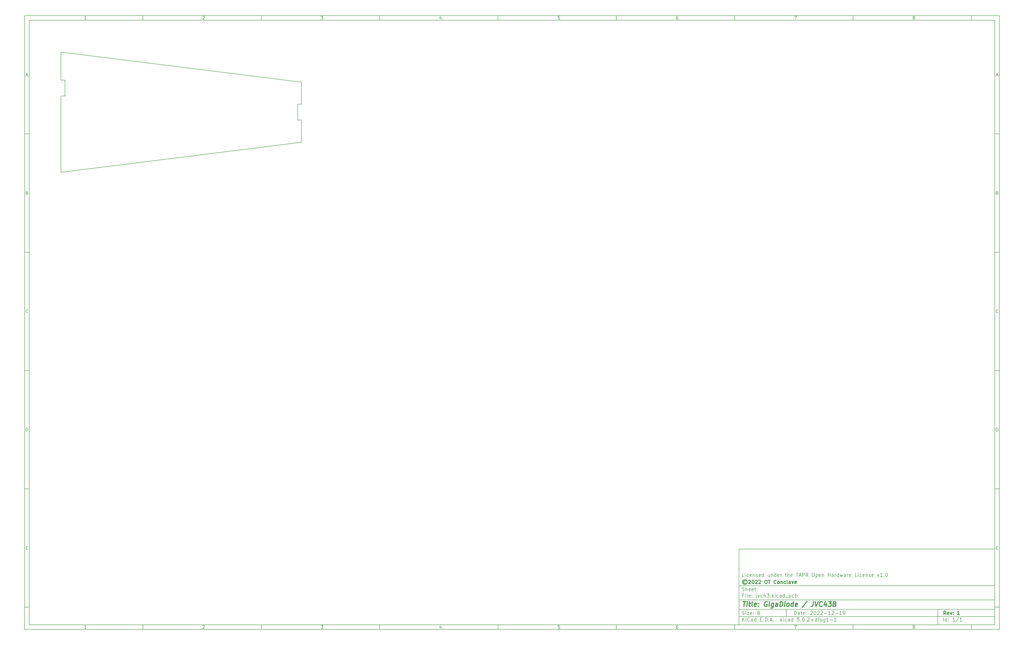
<source format=gbr>
G04 #@! TF.GenerationSoftware,KiCad,Pcbnew,5.0.2+dfsg1-1*
G04 #@! TF.CreationDate,2022-12-19T09:08:40-08:00*
G04 #@! TF.ProjectId,jvc43,6a766334-332e-46b6-9963-61645f706362,1*
G04 #@! TF.SameCoordinates,Original*
G04 #@! TF.FileFunction,Profile,NP*
%FSLAX46Y46*%
G04 Gerber Fmt 4.6, Leading zero omitted, Abs format (unit mm)*
G04 Created by KiCad (PCBNEW 5.0.2+dfsg1-1) date Mon 19 Dec 2022 09:08:40 AM PST*
%MOMM*%
%LPD*%
G01*
G04 APERTURE LIST*
%ADD10C,0.100000*%
%ADD11C,0.150000*%
%ADD12C,0.300000*%
%ADD13C,0.400000*%
%ADD14C,0.203200*%
G04 APERTURE END LIST*
D10*
D11*
X311800000Y-235400000D02*
X311800000Y-267400000D01*
X419800000Y-267400000D01*
X419800000Y-235400000D01*
X311800000Y-235400000D01*
D10*
D11*
X10000000Y-10000000D02*
X10000000Y-269400000D01*
X421800000Y-269400000D01*
X421800000Y-10000000D01*
X10000000Y-10000000D01*
D10*
D11*
X12000000Y-12000000D02*
X12000000Y-267400000D01*
X419800000Y-267400000D01*
X419800000Y-12000000D01*
X12000000Y-12000000D01*
D10*
D11*
X60000000Y-12000000D02*
X60000000Y-10000000D01*
D10*
D11*
X110000000Y-12000000D02*
X110000000Y-10000000D01*
D10*
D11*
X160000000Y-12000000D02*
X160000000Y-10000000D01*
D10*
D11*
X210000000Y-12000000D02*
X210000000Y-10000000D01*
D10*
D11*
X260000000Y-12000000D02*
X260000000Y-10000000D01*
D10*
D11*
X310000000Y-12000000D02*
X310000000Y-10000000D01*
D10*
D11*
X360000000Y-12000000D02*
X360000000Y-10000000D01*
D10*
D11*
X410000000Y-12000000D02*
X410000000Y-10000000D01*
D10*
D11*
X36065476Y-11588095D02*
X35322619Y-11588095D01*
X35694047Y-11588095D02*
X35694047Y-10288095D01*
X35570238Y-10473809D01*
X35446428Y-10597619D01*
X35322619Y-10659523D01*
D10*
D11*
X85322619Y-10411904D02*
X85384523Y-10350000D01*
X85508333Y-10288095D01*
X85817857Y-10288095D01*
X85941666Y-10350000D01*
X86003571Y-10411904D01*
X86065476Y-10535714D01*
X86065476Y-10659523D01*
X86003571Y-10845238D01*
X85260714Y-11588095D01*
X86065476Y-11588095D01*
D10*
D11*
X135260714Y-10288095D02*
X136065476Y-10288095D01*
X135632142Y-10783333D01*
X135817857Y-10783333D01*
X135941666Y-10845238D01*
X136003571Y-10907142D01*
X136065476Y-11030952D01*
X136065476Y-11340476D01*
X136003571Y-11464285D01*
X135941666Y-11526190D01*
X135817857Y-11588095D01*
X135446428Y-11588095D01*
X135322619Y-11526190D01*
X135260714Y-11464285D01*
D10*
D11*
X185941666Y-10721428D02*
X185941666Y-11588095D01*
X185632142Y-10226190D02*
X185322619Y-11154761D01*
X186127380Y-11154761D01*
D10*
D11*
X236003571Y-10288095D02*
X235384523Y-10288095D01*
X235322619Y-10907142D01*
X235384523Y-10845238D01*
X235508333Y-10783333D01*
X235817857Y-10783333D01*
X235941666Y-10845238D01*
X236003571Y-10907142D01*
X236065476Y-11030952D01*
X236065476Y-11340476D01*
X236003571Y-11464285D01*
X235941666Y-11526190D01*
X235817857Y-11588095D01*
X235508333Y-11588095D01*
X235384523Y-11526190D01*
X235322619Y-11464285D01*
D10*
D11*
X285941666Y-10288095D02*
X285694047Y-10288095D01*
X285570238Y-10350000D01*
X285508333Y-10411904D01*
X285384523Y-10597619D01*
X285322619Y-10845238D01*
X285322619Y-11340476D01*
X285384523Y-11464285D01*
X285446428Y-11526190D01*
X285570238Y-11588095D01*
X285817857Y-11588095D01*
X285941666Y-11526190D01*
X286003571Y-11464285D01*
X286065476Y-11340476D01*
X286065476Y-11030952D01*
X286003571Y-10907142D01*
X285941666Y-10845238D01*
X285817857Y-10783333D01*
X285570238Y-10783333D01*
X285446428Y-10845238D01*
X285384523Y-10907142D01*
X285322619Y-11030952D01*
D10*
D11*
X335260714Y-10288095D02*
X336127380Y-10288095D01*
X335570238Y-11588095D01*
D10*
D11*
X385570238Y-10845238D02*
X385446428Y-10783333D01*
X385384523Y-10721428D01*
X385322619Y-10597619D01*
X385322619Y-10535714D01*
X385384523Y-10411904D01*
X385446428Y-10350000D01*
X385570238Y-10288095D01*
X385817857Y-10288095D01*
X385941666Y-10350000D01*
X386003571Y-10411904D01*
X386065476Y-10535714D01*
X386065476Y-10597619D01*
X386003571Y-10721428D01*
X385941666Y-10783333D01*
X385817857Y-10845238D01*
X385570238Y-10845238D01*
X385446428Y-10907142D01*
X385384523Y-10969047D01*
X385322619Y-11092857D01*
X385322619Y-11340476D01*
X385384523Y-11464285D01*
X385446428Y-11526190D01*
X385570238Y-11588095D01*
X385817857Y-11588095D01*
X385941666Y-11526190D01*
X386003571Y-11464285D01*
X386065476Y-11340476D01*
X386065476Y-11092857D01*
X386003571Y-10969047D01*
X385941666Y-10907142D01*
X385817857Y-10845238D01*
D10*
D11*
X60000000Y-267400000D02*
X60000000Y-269400000D01*
D10*
D11*
X110000000Y-267400000D02*
X110000000Y-269400000D01*
D10*
D11*
X160000000Y-267400000D02*
X160000000Y-269400000D01*
D10*
D11*
X210000000Y-267400000D02*
X210000000Y-269400000D01*
D10*
D11*
X260000000Y-267400000D02*
X260000000Y-269400000D01*
D10*
D11*
X310000000Y-267400000D02*
X310000000Y-269400000D01*
D10*
D11*
X360000000Y-267400000D02*
X360000000Y-269400000D01*
D10*
D11*
X410000000Y-267400000D02*
X410000000Y-269400000D01*
D10*
D11*
X36065476Y-268988095D02*
X35322619Y-268988095D01*
X35694047Y-268988095D02*
X35694047Y-267688095D01*
X35570238Y-267873809D01*
X35446428Y-267997619D01*
X35322619Y-268059523D01*
D10*
D11*
X85322619Y-267811904D02*
X85384523Y-267750000D01*
X85508333Y-267688095D01*
X85817857Y-267688095D01*
X85941666Y-267750000D01*
X86003571Y-267811904D01*
X86065476Y-267935714D01*
X86065476Y-268059523D01*
X86003571Y-268245238D01*
X85260714Y-268988095D01*
X86065476Y-268988095D01*
D10*
D11*
X135260714Y-267688095D02*
X136065476Y-267688095D01*
X135632142Y-268183333D01*
X135817857Y-268183333D01*
X135941666Y-268245238D01*
X136003571Y-268307142D01*
X136065476Y-268430952D01*
X136065476Y-268740476D01*
X136003571Y-268864285D01*
X135941666Y-268926190D01*
X135817857Y-268988095D01*
X135446428Y-268988095D01*
X135322619Y-268926190D01*
X135260714Y-268864285D01*
D10*
D11*
X185941666Y-268121428D02*
X185941666Y-268988095D01*
X185632142Y-267626190D02*
X185322619Y-268554761D01*
X186127380Y-268554761D01*
D10*
D11*
X236003571Y-267688095D02*
X235384523Y-267688095D01*
X235322619Y-268307142D01*
X235384523Y-268245238D01*
X235508333Y-268183333D01*
X235817857Y-268183333D01*
X235941666Y-268245238D01*
X236003571Y-268307142D01*
X236065476Y-268430952D01*
X236065476Y-268740476D01*
X236003571Y-268864285D01*
X235941666Y-268926190D01*
X235817857Y-268988095D01*
X235508333Y-268988095D01*
X235384523Y-268926190D01*
X235322619Y-268864285D01*
D10*
D11*
X285941666Y-267688095D02*
X285694047Y-267688095D01*
X285570238Y-267750000D01*
X285508333Y-267811904D01*
X285384523Y-267997619D01*
X285322619Y-268245238D01*
X285322619Y-268740476D01*
X285384523Y-268864285D01*
X285446428Y-268926190D01*
X285570238Y-268988095D01*
X285817857Y-268988095D01*
X285941666Y-268926190D01*
X286003571Y-268864285D01*
X286065476Y-268740476D01*
X286065476Y-268430952D01*
X286003571Y-268307142D01*
X285941666Y-268245238D01*
X285817857Y-268183333D01*
X285570238Y-268183333D01*
X285446428Y-268245238D01*
X285384523Y-268307142D01*
X285322619Y-268430952D01*
D10*
D11*
X335260714Y-267688095D02*
X336127380Y-267688095D01*
X335570238Y-268988095D01*
D10*
D11*
X385570238Y-268245238D02*
X385446428Y-268183333D01*
X385384523Y-268121428D01*
X385322619Y-267997619D01*
X385322619Y-267935714D01*
X385384523Y-267811904D01*
X385446428Y-267750000D01*
X385570238Y-267688095D01*
X385817857Y-267688095D01*
X385941666Y-267750000D01*
X386003571Y-267811904D01*
X386065476Y-267935714D01*
X386065476Y-267997619D01*
X386003571Y-268121428D01*
X385941666Y-268183333D01*
X385817857Y-268245238D01*
X385570238Y-268245238D01*
X385446428Y-268307142D01*
X385384523Y-268369047D01*
X385322619Y-268492857D01*
X385322619Y-268740476D01*
X385384523Y-268864285D01*
X385446428Y-268926190D01*
X385570238Y-268988095D01*
X385817857Y-268988095D01*
X385941666Y-268926190D01*
X386003571Y-268864285D01*
X386065476Y-268740476D01*
X386065476Y-268492857D01*
X386003571Y-268369047D01*
X385941666Y-268307142D01*
X385817857Y-268245238D01*
D10*
D11*
X10000000Y-60000000D02*
X12000000Y-60000000D01*
D10*
D11*
X10000000Y-110000000D02*
X12000000Y-110000000D01*
D10*
D11*
X10000000Y-160000000D02*
X12000000Y-160000000D01*
D10*
D11*
X10000000Y-210000000D02*
X12000000Y-210000000D01*
D10*
D11*
X10000000Y-260000000D02*
X12000000Y-260000000D01*
D10*
D11*
X10690476Y-35216666D02*
X11309523Y-35216666D01*
X10566666Y-35588095D02*
X11000000Y-34288095D01*
X11433333Y-35588095D01*
D10*
D11*
X11092857Y-84907142D02*
X11278571Y-84969047D01*
X11340476Y-85030952D01*
X11402380Y-85154761D01*
X11402380Y-85340476D01*
X11340476Y-85464285D01*
X11278571Y-85526190D01*
X11154761Y-85588095D01*
X10659523Y-85588095D01*
X10659523Y-84288095D01*
X11092857Y-84288095D01*
X11216666Y-84350000D01*
X11278571Y-84411904D01*
X11340476Y-84535714D01*
X11340476Y-84659523D01*
X11278571Y-84783333D01*
X11216666Y-84845238D01*
X11092857Y-84907142D01*
X10659523Y-84907142D01*
D10*
D11*
X11402380Y-135464285D02*
X11340476Y-135526190D01*
X11154761Y-135588095D01*
X11030952Y-135588095D01*
X10845238Y-135526190D01*
X10721428Y-135402380D01*
X10659523Y-135278571D01*
X10597619Y-135030952D01*
X10597619Y-134845238D01*
X10659523Y-134597619D01*
X10721428Y-134473809D01*
X10845238Y-134350000D01*
X11030952Y-134288095D01*
X11154761Y-134288095D01*
X11340476Y-134350000D01*
X11402380Y-134411904D01*
D10*
D11*
X10659523Y-185588095D02*
X10659523Y-184288095D01*
X10969047Y-184288095D01*
X11154761Y-184350000D01*
X11278571Y-184473809D01*
X11340476Y-184597619D01*
X11402380Y-184845238D01*
X11402380Y-185030952D01*
X11340476Y-185278571D01*
X11278571Y-185402380D01*
X11154761Y-185526190D01*
X10969047Y-185588095D01*
X10659523Y-185588095D01*
D10*
D11*
X10721428Y-234907142D02*
X11154761Y-234907142D01*
X11340476Y-235588095D02*
X10721428Y-235588095D01*
X10721428Y-234288095D01*
X11340476Y-234288095D01*
D10*
D11*
X421800000Y-60000000D02*
X419800000Y-60000000D01*
D10*
D11*
X421800000Y-110000000D02*
X419800000Y-110000000D01*
D10*
D11*
X421800000Y-160000000D02*
X419800000Y-160000000D01*
D10*
D11*
X421800000Y-210000000D02*
X419800000Y-210000000D01*
D10*
D11*
X421800000Y-260000000D02*
X419800000Y-260000000D01*
D10*
D11*
X420490476Y-35216666D02*
X421109523Y-35216666D01*
X420366666Y-35588095D02*
X420800000Y-34288095D01*
X421233333Y-35588095D01*
D10*
D11*
X420892857Y-84907142D02*
X421078571Y-84969047D01*
X421140476Y-85030952D01*
X421202380Y-85154761D01*
X421202380Y-85340476D01*
X421140476Y-85464285D01*
X421078571Y-85526190D01*
X420954761Y-85588095D01*
X420459523Y-85588095D01*
X420459523Y-84288095D01*
X420892857Y-84288095D01*
X421016666Y-84350000D01*
X421078571Y-84411904D01*
X421140476Y-84535714D01*
X421140476Y-84659523D01*
X421078571Y-84783333D01*
X421016666Y-84845238D01*
X420892857Y-84907142D01*
X420459523Y-84907142D01*
D10*
D11*
X421202380Y-135464285D02*
X421140476Y-135526190D01*
X420954761Y-135588095D01*
X420830952Y-135588095D01*
X420645238Y-135526190D01*
X420521428Y-135402380D01*
X420459523Y-135278571D01*
X420397619Y-135030952D01*
X420397619Y-134845238D01*
X420459523Y-134597619D01*
X420521428Y-134473809D01*
X420645238Y-134350000D01*
X420830952Y-134288095D01*
X420954761Y-134288095D01*
X421140476Y-134350000D01*
X421202380Y-134411904D01*
D10*
D11*
X420459523Y-185588095D02*
X420459523Y-184288095D01*
X420769047Y-184288095D01*
X420954761Y-184350000D01*
X421078571Y-184473809D01*
X421140476Y-184597619D01*
X421202380Y-184845238D01*
X421202380Y-185030952D01*
X421140476Y-185278571D01*
X421078571Y-185402380D01*
X420954761Y-185526190D01*
X420769047Y-185588095D01*
X420459523Y-185588095D01*
D10*
D11*
X420521428Y-234907142D02*
X420954761Y-234907142D01*
X421140476Y-235588095D02*
X420521428Y-235588095D01*
X420521428Y-234288095D01*
X421140476Y-234288095D01*
D10*
D11*
X335232142Y-263178571D02*
X335232142Y-261678571D01*
X335589285Y-261678571D01*
X335803571Y-261750000D01*
X335946428Y-261892857D01*
X336017857Y-262035714D01*
X336089285Y-262321428D01*
X336089285Y-262535714D01*
X336017857Y-262821428D01*
X335946428Y-262964285D01*
X335803571Y-263107142D01*
X335589285Y-263178571D01*
X335232142Y-263178571D01*
X337375000Y-263178571D02*
X337375000Y-262392857D01*
X337303571Y-262250000D01*
X337160714Y-262178571D01*
X336875000Y-262178571D01*
X336732142Y-262250000D01*
X337375000Y-263107142D02*
X337232142Y-263178571D01*
X336875000Y-263178571D01*
X336732142Y-263107142D01*
X336660714Y-262964285D01*
X336660714Y-262821428D01*
X336732142Y-262678571D01*
X336875000Y-262607142D01*
X337232142Y-262607142D01*
X337375000Y-262535714D01*
X337875000Y-262178571D02*
X338446428Y-262178571D01*
X338089285Y-261678571D02*
X338089285Y-262964285D01*
X338160714Y-263107142D01*
X338303571Y-263178571D01*
X338446428Y-263178571D01*
X339517857Y-263107142D02*
X339375000Y-263178571D01*
X339089285Y-263178571D01*
X338946428Y-263107142D01*
X338875000Y-262964285D01*
X338875000Y-262392857D01*
X338946428Y-262250000D01*
X339089285Y-262178571D01*
X339375000Y-262178571D01*
X339517857Y-262250000D01*
X339589285Y-262392857D01*
X339589285Y-262535714D01*
X338875000Y-262678571D01*
X340232142Y-263035714D02*
X340303571Y-263107142D01*
X340232142Y-263178571D01*
X340160714Y-263107142D01*
X340232142Y-263035714D01*
X340232142Y-263178571D01*
X340232142Y-262250000D02*
X340303571Y-262321428D01*
X340232142Y-262392857D01*
X340160714Y-262321428D01*
X340232142Y-262250000D01*
X340232142Y-262392857D01*
X342017857Y-261821428D02*
X342089285Y-261750000D01*
X342232142Y-261678571D01*
X342589285Y-261678571D01*
X342732142Y-261750000D01*
X342803571Y-261821428D01*
X342875000Y-261964285D01*
X342875000Y-262107142D01*
X342803571Y-262321428D01*
X341946428Y-263178571D01*
X342875000Y-263178571D01*
X343803571Y-261678571D02*
X343946428Y-261678571D01*
X344089285Y-261750000D01*
X344160714Y-261821428D01*
X344232142Y-261964285D01*
X344303571Y-262250000D01*
X344303571Y-262607142D01*
X344232142Y-262892857D01*
X344160714Y-263035714D01*
X344089285Y-263107142D01*
X343946428Y-263178571D01*
X343803571Y-263178571D01*
X343660714Y-263107142D01*
X343589285Y-263035714D01*
X343517857Y-262892857D01*
X343446428Y-262607142D01*
X343446428Y-262250000D01*
X343517857Y-261964285D01*
X343589285Y-261821428D01*
X343660714Y-261750000D01*
X343803571Y-261678571D01*
X344875000Y-261821428D02*
X344946428Y-261750000D01*
X345089285Y-261678571D01*
X345446428Y-261678571D01*
X345589285Y-261750000D01*
X345660714Y-261821428D01*
X345732142Y-261964285D01*
X345732142Y-262107142D01*
X345660714Y-262321428D01*
X344803571Y-263178571D01*
X345732142Y-263178571D01*
X346303571Y-261821428D02*
X346375000Y-261750000D01*
X346517857Y-261678571D01*
X346875000Y-261678571D01*
X347017857Y-261750000D01*
X347089285Y-261821428D01*
X347160714Y-261964285D01*
X347160714Y-262107142D01*
X347089285Y-262321428D01*
X346232142Y-263178571D01*
X347160714Y-263178571D01*
X347803571Y-262607142D02*
X348946428Y-262607142D01*
X350446428Y-263178571D02*
X349589285Y-263178571D01*
X350017857Y-263178571D02*
X350017857Y-261678571D01*
X349875000Y-261892857D01*
X349732142Y-262035714D01*
X349589285Y-262107142D01*
X351017857Y-261821428D02*
X351089285Y-261750000D01*
X351232142Y-261678571D01*
X351589285Y-261678571D01*
X351732142Y-261750000D01*
X351803571Y-261821428D01*
X351875000Y-261964285D01*
X351875000Y-262107142D01*
X351803571Y-262321428D01*
X350946428Y-263178571D01*
X351875000Y-263178571D01*
X352517857Y-262607142D02*
X353660714Y-262607142D01*
X355160714Y-263178571D02*
X354303571Y-263178571D01*
X354732142Y-263178571D02*
X354732142Y-261678571D01*
X354589285Y-261892857D01*
X354446428Y-262035714D01*
X354303571Y-262107142D01*
X355875000Y-263178571D02*
X356160714Y-263178571D01*
X356303571Y-263107142D01*
X356375000Y-263035714D01*
X356517857Y-262821428D01*
X356589285Y-262535714D01*
X356589285Y-261964285D01*
X356517857Y-261821428D01*
X356446428Y-261750000D01*
X356303571Y-261678571D01*
X356017857Y-261678571D01*
X355875000Y-261750000D01*
X355803571Y-261821428D01*
X355732142Y-261964285D01*
X355732142Y-262321428D01*
X355803571Y-262464285D01*
X355875000Y-262535714D01*
X356017857Y-262607142D01*
X356303571Y-262607142D01*
X356446428Y-262535714D01*
X356517857Y-262464285D01*
X356589285Y-262321428D01*
D10*
D11*
X311800000Y-263900000D02*
X419800000Y-263900000D01*
D10*
D11*
X313232142Y-265978571D02*
X313232142Y-264478571D01*
X314089285Y-265978571D02*
X313446428Y-265121428D01*
X314089285Y-264478571D02*
X313232142Y-265335714D01*
X314732142Y-265978571D02*
X314732142Y-264978571D01*
X314732142Y-264478571D02*
X314660714Y-264550000D01*
X314732142Y-264621428D01*
X314803571Y-264550000D01*
X314732142Y-264478571D01*
X314732142Y-264621428D01*
X316303571Y-265835714D02*
X316232142Y-265907142D01*
X316017857Y-265978571D01*
X315875000Y-265978571D01*
X315660714Y-265907142D01*
X315517857Y-265764285D01*
X315446428Y-265621428D01*
X315375000Y-265335714D01*
X315375000Y-265121428D01*
X315446428Y-264835714D01*
X315517857Y-264692857D01*
X315660714Y-264550000D01*
X315875000Y-264478571D01*
X316017857Y-264478571D01*
X316232142Y-264550000D01*
X316303571Y-264621428D01*
X317589285Y-265978571D02*
X317589285Y-265192857D01*
X317517857Y-265050000D01*
X317375000Y-264978571D01*
X317089285Y-264978571D01*
X316946428Y-265050000D01*
X317589285Y-265907142D02*
X317446428Y-265978571D01*
X317089285Y-265978571D01*
X316946428Y-265907142D01*
X316875000Y-265764285D01*
X316875000Y-265621428D01*
X316946428Y-265478571D01*
X317089285Y-265407142D01*
X317446428Y-265407142D01*
X317589285Y-265335714D01*
X318946428Y-265978571D02*
X318946428Y-264478571D01*
X318946428Y-265907142D02*
X318803571Y-265978571D01*
X318517857Y-265978571D01*
X318375000Y-265907142D01*
X318303571Y-265835714D01*
X318232142Y-265692857D01*
X318232142Y-265264285D01*
X318303571Y-265121428D01*
X318375000Y-265050000D01*
X318517857Y-264978571D01*
X318803571Y-264978571D01*
X318946428Y-265050000D01*
X320803571Y-265192857D02*
X321303571Y-265192857D01*
X321517857Y-265978571D02*
X320803571Y-265978571D01*
X320803571Y-264478571D01*
X321517857Y-264478571D01*
X322160714Y-265835714D02*
X322232142Y-265907142D01*
X322160714Y-265978571D01*
X322089285Y-265907142D01*
X322160714Y-265835714D01*
X322160714Y-265978571D01*
X322875000Y-265978571D02*
X322875000Y-264478571D01*
X323232142Y-264478571D01*
X323446428Y-264550000D01*
X323589285Y-264692857D01*
X323660714Y-264835714D01*
X323732142Y-265121428D01*
X323732142Y-265335714D01*
X323660714Y-265621428D01*
X323589285Y-265764285D01*
X323446428Y-265907142D01*
X323232142Y-265978571D01*
X322875000Y-265978571D01*
X324375000Y-265835714D02*
X324446428Y-265907142D01*
X324375000Y-265978571D01*
X324303571Y-265907142D01*
X324375000Y-265835714D01*
X324375000Y-265978571D01*
X325017857Y-265550000D02*
X325732142Y-265550000D01*
X324875000Y-265978571D02*
X325375000Y-264478571D01*
X325875000Y-265978571D01*
X326375000Y-265835714D02*
X326446428Y-265907142D01*
X326375000Y-265978571D01*
X326303571Y-265907142D01*
X326375000Y-265835714D01*
X326375000Y-265978571D01*
X329375000Y-265978571D02*
X329375000Y-264478571D01*
X329517857Y-265407142D02*
X329946428Y-265978571D01*
X329946428Y-264978571D02*
X329375000Y-265550000D01*
X330589285Y-265978571D02*
X330589285Y-264978571D01*
X330589285Y-264478571D02*
X330517857Y-264550000D01*
X330589285Y-264621428D01*
X330660714Y-264550000D01*
X330589285Y-264478571D01*
X330589285Y-264621428D01*
X331946428Y-265907142D02*
X331803571Y-265978571D01*
X331517857Y-265978571D01*
X331375000Y-265907142D01*
X331303571Y-265835714D01*
X331232142Y-265692857D01*
X331232142Y-265264285D01*
X331303571Y-265121428D01*
X331375000Y-265050000D01*
X331517857Y-264978571D01*
X331803571Y-264978571D01*
X331946428Y-265050000D01*
X333232142Y-265978571D02*
X333232142Y-265192857D01*
X333160714Y-265050000D01*
X333017857Y-264978571D01*
X332732142Y-264978571D01*
X332589285Y-265050000D01*
X333232142Y-265907142D02*
X333089285Y-265978571D01*
X332732142Y-265978571D01*
X332589285Y-265907142D01*
X332517857Y-265764285D01*
X332517857Y-265621428D01*
X332589285Y-265478571D01*
X332732142Y-265407142D01*
X333089285Y-265407142D01*
X333232142Y-265335714D01*
X334589285Y-265978571D02*
X334589285Y-264478571D01*
X334589285Y-265907142D02*
X334446428Y-265978571D01*
X334160714Y-265978571D01*
X334017857Y-265907142D01*
X333946428Y-265835714D01*
X333875000Y-265692857D01*
X333875000Y-265264285D01*
X333946428Y-265121428D01*
X334017857Y-265050000D01*
X334160714Y-264978571D01*
X334446428Y-264978571D01*
X334589285Y-265050000D01*
X337160714Y-264478571D02*
X336446428Y-264478571D01*
X336375000Y-265192857D01*
X336446428Y-265121428D01*
X336589285Y-265050000D01*
X336946428Y-265050000D01*
X337089285Y-265121428D01*
X337160714Y-265192857D01*
X337232142Y-265335714D01*
X337232142Y-265692857D01*
X337160714Y-265835714D01*
X337089285Y-265907142D01*
X336946428Y-265978571D01*
X336589285Y-265978571D01*
X336446428Y-265907142D01*
X336375000Y-265835714D01*
X337875000Y-265835714D02*
X337946428Y-265907142D01*
X337875000Y-265978571D01*
X337803571Y-265907142D01*
X337875000Y-265835714D01*
X337875000Y-265978571D01*
X338875000Y-264478571D02*
X339017857Y-264478571D01*
X339160714Y-264550000D01*
X339232142Y-264621428D01*
X339303571Y-264764285D01*
X339375000Y-265050000D01*
X339375000Y-265407142D01*
X339303571Y-265692857D01*
X339232142Y-265835714D01*
X339160714Y-265907142D01*
X339017857Y-265978571D01*
X338875000Y-265978571D01*
X338732142Y-265907142D01*
X338660714Y-265835714D01*
X338589285Y-265692857D01*
X338517857Y-265407142D01*
X338517857Y-265050000D01*
X338589285Y-264764285D01*
X338660714Y-264621428D01*
X338732142Y-264550000D01*
X338875000Y-264478571D01*
X340017857Y-265835714D02*
X340089285Y-265907142D01*
X340017857Y-265978571D01*
X339946428Y-265907142D01*
X340017857Y-265835714D01*
X340017857Y-265978571D01*
X340660714Y-264621428D02*
X340732142Y-264550000D01*
X340875000Y-264478571D01*
X341232142Y-264478571D01*
X341375000Y-264550000D01*
X341446428Y-264621428D01*
X341517857Y-264764285D01*
X341517857Y-264907142D01*
X341446428Y-265121428D01*
X340589285Y-265978571D01*
X341517857Y-265978571D01*
X342160714Y-265407142D02*
X343303571Y-265407142D01*
X342732142Y-265978571D02*
X342732142Y-264835714D01*
X344660714Y-265978571D02*
X344660714Y-264478571D01*
X344660714Y-265907142D02*
X344517857Y-265978571D01*
X344232142Y-265978571D01*
X344089285Y-265907142D01*
X344017857Y-265835714D01*
X343946428Y-265692857D01*
X343946428Y-265264285D01*
X344017857Y-265121428D01*
X344089285Y-265050000D01*
X344232142Y-264978571D01*
X344517857Y-264978571D01*
X344660714Y-265050000D01*
X345160714Y-264978571D02*
X345732142Y-264978571D01*
X345375000Y-265978571D02*
X345375000Y-264692857D01*
X345446428Y-264550000D01*
X345589285Y-264478571D01*
X345732142Y-264478571D01*
X346160714Y-265907142D02*
X346303571Y-265978571D01*
X346589285Y-265978571D01*
X346732142Y-265907142D01*
X346803571Y-265764285D01*
X346803571Y-265692857D01*
X346732142Y-265550000D01*
X346589285Y-265478571D01*
X346375000Y-265478571D01*
X346232142Y-265407142D01*
X346160714Y-265264285D01*
X346160714Y-265192857D01*
X346232142Y-265050000D01*
X346375000Y-264978571D01*
X346589285Y-264978571D01*
X346732142Y-265050000D01*
X348089285Y-264978571D02*
X348089285Y-266192857D01*
X348017857Y-266335714D01*
X347946428Y-266407142D01*
X347803571Y-266478571D01*
X347589285Y-266478571D01*
X347446428Y-266407142D01*
X348089285Y-265907142D02*
X347946428Y-265978571D01*
X347660714Y-265978571D01*
X347517857Y-265907142D01*
X347446428Y-265835714D01*
X347375000Y-265692857D01*
X347375000Y-265264285D01*
X347446428Y-265121428D01*
X347517857Y-265050000D01*
X347660714Y-264978571D01*
X347946428Y-264978571D01*
X348089285Y-265050000D01*
X349589285Y-265978571D02*
X348732142Y-265978571D01*
X349160714Y-265978571D02*
X349160714Y-264478571D01*
X349017857Y-264692857D01*
X348875000Y-264835714D01*
X348732142Y-264907142D01*
X350232142Y-265407142D02*
X351375000Y-265407142D01*
X352875000Y-265978571D02*
X352017857Y-265978571D01*
X352446428Y-265978571D02*
X352446428Y-264478571D01*
X352303571Y-264692857D01*
X352160714Y-264835714D01*
X352017857Y-264907142D01*
D10*
D11*
X311800000Y-260900000D02*
X419800000Y-260900000D01*
D10*
D12*
X399209285Y-263178571D02*
X398709285Y-262464285D01*
X398352142Y-263178571D02*
X398352142Y-261678571D01*
X398923571Y-261678571D01*
X399066428Y-261750000D01*
X399137857Y-261821428D01*
X399209285Y-261964285D01*
X399209285Y-262178571D01*
X399137857Y-262321428D01*
X399066428Y-262392857D01*
X398923571Y-262464285D01*
X398352142Y-262464285D01*
X400423571Y-263107142D02*
X400280714Y-263178571D01*
X399995000Y-263178571D01*
X399852142Y-263107142D01*
X399780714Y-262964285D01*
X399780714Y-262392857D01*
X399852142Y-262250000D01*
X399995000Y-262178571D01*
X400280714Y-262178571D01*
X400423571Y-262250000D01*
X400495000Y-262392857D01*
X400495000Y-262535714D01*
X399780714Y-262678571D01*
X400995000Y-262178571D02*
X401352142Y-263178571D01*
X401709285Y-262178571D01*
X402280714Y-263035714D02*
X402352142Y-263107142D01*
X402280714Y-263178571D01*
X402209285Y-263107142D01*
X402280714Y-263035714D01*
X402280714Y-263178571D01*
X402280714Y-262250000D02*
X402352142Y-262321428D01*
X402280714Y-262392857D01*
X402209285Y-262321428D01*
X402280714Y-262250000D01*
X402280714Y-262392857D01*
X404923571Y-263178571D02*
X404066428Y-263178571D01*
X404495000Y-263178571D02*
X404495000Y-261678571D01*
X404352142Y-261892857D01*
X404209285Y-262035714D01*
X404066428Y-262107142D01*
D10*
D11*
X313160714Y-263107142D02*
X313375000Y-263178571D01*
X313732142Y-263178571D01*
X313875000Y-263107142D01*
X313946428Y-263035714D01*
X314017857Y-262892857D01*
X314017857Y-262750000D01*
X313946428Y-262607142D01*
X313875000Y-262535714D01*
X313732142Y-262464285D01*
X313446428Y-262392857D01*
X313303571Y-262321428D01*
X313232142Y-262250000D01*
X313160714Y-262107142D01*
X313160714Y-261964285D01*
X313232142Y-261821428D01*
X313303571Y-261750000D01*
X313446428Y-261678571D01*
X313803571Y-261678571D01*
X314017857Y-261750000D01*
X314660714Y-263178571D02*
X314660714Y-262178571D01*
X314660714Y-261678571D02*
X314589285Y-261750000D01*
X314660714Y-261821428D01*
X314732142Y-261750000D01*
X314660714Y-261678571D01*
X314660714Y-261821428D01*
X315232142Y-262178571D02*
X316017857Y-262178571D01*
X315232142Y-263178571D01*
X316017857Y-263178571D01*
X317160714Y-263107142D02*
X317017857Y-263178571D01*
X316732142Y-263178571D01*
X316589285Y-263107142D01*
X316517857Y-262964285D01*
X316517857Y-262392857D01*
X316589285Y-262250000D01*
X316732142Y-262178571D01*
X317017857Y-262178571D01*
X317160714Y-262250000D01*
X317232142Y-262392857D01*
X317232142Y-262535714D01*
X316517857Y-262678571D01*
X317875000Y-263035714D02*
X317946428Y-263107142D01*
X317875000Y-263178571D01*
X317803571Y-263107142D01*
X317875000Y-263035714D01*
X317875000Y-263178571D01*
X317875000Y-262250000D02*
X317946428Y-262321428D01*
X317875000Y-262392857D01*
X317803571Y-262321428D01*
X317875000Y-262250000D01*
X317875000Y-262392857D01*
X320232142Y-262392857D02*
X320446428Y-262464285D01*
X320517857Y-262535714D01*
X320589285Y-262678571D01*
X320589285Y-262892857D01*
X320517857Y-263035714D01*
X320446428Y-263107142D01*
X320303571Y-263178571D01*
X319732142Y-263178571D01*
X319732142Y-261678571D01*
X320232142Y-261678571D01*
X320375000Y-261750000D01*
X320446428Y-261821428D01*
X320517857Y-261964285D01*
X320517857Y-262107142D01*
X320446428Y-262250000D01*
X320375000Y-262321428D01*
X320232142Y-262392857D01*
X319732142Y-262392857D01*
D10*
D11*
X398232142Y-265978571D02*
X398232142Y-264478571D01*
X399589285Y-265978571D02*
X399589285Y-264478571D01*
X399589285Y-265907142D02*
X399446428Y-265978571D01*
X399160714Y-265978571D01*
X399017857Y-265907142D01*
X398946428Y-265835714D01*
X398875000Y-265692857D01*
X398875000Y-265264285D01*
X398946428Y-265121428D01*
X399017857Y-265050000D01*
X399160714Y-264978571D01*
X399446428Y-264978571D01*
X399589285Y-265050000D01*
X400303571Y-265835714D02*
X400375000Y-265907142D01*
X400303571Y-265978571D01*
X400232142Y-265907142D01*
X400303571Y-265835714D01*
X400303571Y-265978571D01*
X400303571Y-265050000D02*
X400375000Y-265121428D01*
X400303571Y-265192857D01*
X400232142Y-265121428D01*
X400303571Y-265050000D01*
X400303571Y-265192857D01*
X402946428Y-265978571D02*
X402089285Y-265978571D01*
X402517857Y-265978571D02*
X402517857Y-264478571D01*
X402375000Y-264692857D01*
X402232142Y-264835714D01*
X402089285Y-264907142D01*
X404660714Y-264407142D02*
X403375000Y-266335714D01*
X405946428Y-265978571D02*
X405089285Y-265978571D01*
X405517857Y-265978571D02*
X405517857Y-264478571D01*
X405375000Y-264692857D01*
X405232142Y-264835714D01*
X405089285Y-264907142D01*
D10*
D11*
X311800000Y-256900000D02*
X419800000Y-256900000D01*
D10*
D13*
X313512380Y-257604761D02*
X314655238Y-257604761D01*
X313833809Y-259604761D02*
X314083809Y-257604761D01*
X315071904Y-259604761D02*
X315238571Y-258271428D01*
X315321904Y-257604761D02*
X315214761Y-257700000D01*
X315298095Y-257795238D01*
X315405238Y-257700000D01*
X315321904Y-257604761D01*
X315298095Y-257795238D01*
X315905238Y-258271428D02*
X316667142Y-258271428D01*
X316274285Y-257604761D02*
X316060000Y-259319047D01*
X316131428Y-259509523D01*
X316310000Y-259604761D01*
X316500476Y-259604761D01*
X317452857Y-259604761D02*
X317274285Y-259509523D01*
X317202857Y-259319047D01*
X317417142Y-257604761D01*
X318988571Y-259509523D02*
X318786190Y-259604761D01*
X318405238Y-259604761D01*
X318226666Y-259509523D01*
X318155238Y-259319047D01*
X318250476Y-258557142D01*
X318369523Y-258366666D01*
X318571904Y-258271428D01*
X318952857Y-258271428D01*
X319131428Y-258366666D01*
X319202857Y-258557142D01*
X319179047Y-258747619D01*
X318202857Y-258938095D01*
X319952857Y-259414285D02*
X320036190Y-259509523D01*
X319929047Y-259604761D01*
X319845714Y-259509523D01*
X319952857Y-259414285D01*
X319929047Y-259604761D01*
X320083809Y-258366666D02*
X320167142Y-258461904D01*
X320060000Y-258557142D01*
X319976666Y-258461904D01*
X320083809Y-258366666D01*
X320060000Y-258557142D01*
X323690952Y-257700000D02*
X323512380Y-257604761D01*
X323226666Y-257604761D01*
X322929047Y-257700000D01*
X322714761Y-257890476D01*
X322595714Y-258080952D01*
X322452857Y-258461904D01*
X322417142Y-258747619D01*
X322464761Y-259128571D01*
X322536190Y-259319047D01*
X322702857Y-259509523D01*
X322976666Y-259604761D01*
X323167142Y-259604761D01*
X323464761Y-259509523D01*
X323571904Y-259414285D01*
X323655238Y-258747619D01*
X323274285Y-258747619D01*
X324405238Y-259604761D02*
X324571904Y-258271428D01*
X324655238Y-257604761D02*
X324548095Y-257700000D01*
X324631428Y-257795238D01*
X324738571Y-257700000D01*
X324655238Y-257604761D01*
X324631428Y-257795238D01*
X326381428Y-258271428D02*
X326179047Y-259890476D01*
X326060000Y-260080952D01*
X325952857Y-260176190D01*
X325750476Y-260271428D01*
X325464761Y-260271428D01*
X325286190Y-260176190D01*
X326226666Y-259509523D02*
X326024285Y-259604761D01*
X325643333Y-259604761D01*
X325464761Y-259509523D01*
X325381428Y-259414285D01*
X325310000Y-259223809D01*
X325381428Y-258652380D01*
X325500476Y-258461904D01*
X325607619Y-258366666D01*
X325810000Y-258271428D01*
X326190952Y-258271428D01*
X326369523Y-258366666D01*
X328024285Y-259604761D02*
X328155238Y-258557142D01*
X328083809Y-258366666D01*
X327905238Y-258271428D01*
X327524285Y-258271428D01*
X327321904Y-258366666D01*
X328036190Y-259509523D02*
X327833809Y-259604761D01*
X327357619Y-259604761D01*
X327179047Y-259509523D01*
X327107619Y-259319047D01*
X327131428Y-259128571D01*
X327250476Y-258938095D01*
X327452857Y-258842857D01*
X327929047Y-258842857D01*
X328131428Y-258747619D01*
X328976666Y-259604761D02*
X329226666Y-257604761D01*
X329702857Y-257604761D01*
X329976666Y-257700000D01*
X330143333Y-257890476D01*
X330214761Y-258080952D01*
X330262380Y-258461904D01*
X330226666Y-258747619D01*
X330083809Y-259128571D01*
X329964761Y-259319047D01*
X329750476Y-259509523D01*
X329452857Y-259604761D01*
X328976666Y-259604761D01*
X330976666Y-259604761D02*
X331143333Y-258271428D01*
X331226666Y-257604761D02*
X331119523Y-257700000D01*
X331202857Y-257795238D01*
X331310000Y-257700000D01*
X331226666Y-257604761D01*
X331202857Y-257795238D01*
X332214761Y-259604761D02*
X332036190Y-259509523D01*
X331952857Y-259414285D01*
X331881428Y-259223809D01*
X331952857Y-258652380D01*
X332071904Y-258461904D01*
X332179047Y-258366666D01*
X332381428Y-258271428D01*
X332667142Y-258271428D01*
X332845714Y-258366666D01*
X332929047Y-258461904D01*
X333000476Y-258652380D01*
X332929047Y-259223809D01*
X332810000Y-259414285D01*
X332702857Y-259509523D01*
X332500476Y-259604761D01*
X332214761Y-259604761D01*
X334595714Y-259604761D02*
X334845714Y-257604761D01*
X334607619Y-259509523D02*
X334405238Y-259604761D01*
X334024285Y-259604761D01*
X333845714Y-259509523D01*
X333762380Y-259414285D01*
X333690952Y-259223809D01*
X333762380Y-258652380D01*
X333881428Y-258461904D01*
X333988571Y-258366666D01*
X334190952Y-258271428D01*
X334571904Y-258271428D01*
X334750476Y-258366666D01*
X336321904Y-259509523D02*
X336119523Y-259604761D01*
X335738571Y-259604761D01*
X335560000Y-259509523D01*
X335488571Y-259319047D01*
X335583809Y-258557142D01*
X335702857Y-258366666D01*
X335905238Y-258271428D01*
X336286190Y-258271428D01*
X336464761Y-258366666D01*
X336536190Y-258557142D01*
X336512380Y-258747619D01*
X335536190Y-258938095D01*
X340476666Y-257509523D02*
X338440952Y-260080952D01*
X343226666Y-257604761D02*
X343048095Y-259033333D01*
X342917142Y-259319047D01*
X342702857Y-259509523D01*
X342405238Y-259604761D01*
X342214761Y-259604761D01*
X343893333Y-257604761D02*
X344310000Y-259604761D01*
X345226666Y-257604761D01*
X346810000Y-259414285D02*
X346702857Y-259509523D01*
X346405238Y-259604761D01*
X346214761Y-259604761D01*
X345940952Y-259509523D01*
X345774285Y-259319047D01*
X345702857Y-259128571D01*
X345655238Y-258747619D01*
X345690952Y-258461904D01*
X345833809Y-258080952D01*
X345952857Y-257890476D01*
X346167142Y-257700000D01*
X346464761Y-257604761D01*
X346655238Y-257604761D01*
X346929047Y-257700000D01*
X347012380Y-257795238D01*
X348667142Y-258271428D02*
X348500476Y-259604761D01*
X348286190Y-257509523D02*
X347631428Y-258938095D01*
X348869523Y-258938095D01*
X349607619Y-257604761D02*
X350845714Y-257604761D01*
X350083809Y-258366666D01*
X350369523Y-258366666D01*
X350548095Y-258461904D01*
X350631428Y-258557142D01*
X350702857Y-258747619D01*
X350643333Y-259223809D01*
X350524285Y-259414285D01*
X350417142Y-259509523D01*
X350214761Y-259604761D01*
X349643333Y-259604761D01*
X349464761Y-259509523D01*
X349381428Y-259414285D01*
X352250476Y-258557142D02*
X352524285Y-258652380D01*
X352607619Y-258747619D01*
X352679047Y-258938095D01*
X352643333Y-259223809D01*
X352524285Y-259414285D01*
X352417142Y-259509523D01*
X352214761Y-259604761D01*
X351452857Y-259604761D01*
X351702857Y-257604761D01*
X352369523Y-257604761D01*
X352548095Y-257700000D01*
X352631428Y-257795238D01*
X352702857Y-257985714D01*
X352679047Y-258176190D01*
X352560000Y-258366666D01*
X352452857Y-258461904D01*
X352250476Y-258557142D01*
X351583809Y-258557142D01*
D10*
D11*
X313732142Y-254992857D02*
X313232142Y-254992857D01*
X313232142Y-255778571D02*
X313232142Y-254278571D01*
X313946428Y-254278571D01*
X314517857Y-255778571D02*
X314517857Y-254778571D01*
X314517857Y-254278571D02*
X314446428Y-254350000D01*
X314517857Y-254421428D01*
X314589285Y-254350000D01*
X314517857Y-254278571D01*
X314517857Y-254421428D01*
X315446428Y-255778571D02*
X315303571Y-255707142D01*
X315232142Y-255564285D01*
X315232142Y-254278571D01*
X316589285Y-255707142D02*
X316446428Y-255778571D01*
X316160714Y-255778571D01*
X316017857Y-255707142D01*
X315946428Y-255564285D01*
X315946428Y-254992857D01*
X316017857Y-254850000D01*
X316160714Y-254778571D01*
X316446428Y-254778571D01*
X316589285Y-254850000D01*
X316660714Y-254992857D01*
X316660714Y-255135714D01*
X315946428Y-255278571D01*
X317303571Y-255635714D02*
X317375000Y-255707142D01*
X317303571Y-255778571D01*
X317232142Y-255707142D01*
X317303571Y-255635714D01*
X317303571Y-255778571D01*
X317303571Y-254850000D02*
X317375000Y-254921428D01*
X317303571Y-254992857D01*
X317232142Y-254921428D01*
X317303571Y-254850000D01*
X317303571Y-254992857D01*
X319160714Y-254778571D02*
X319160714Y-256064285D01*
X319089285Y-256207142D01*
X318946428Y-256278571D01*
X318875000Y-256278571D01*
X319160714Y-254278571D02*
X319089285Y-254350000D01*
X319160714Y-254421428D01*
X319232142Y-254350000D01*
X319160714Y-254278571D01*
X319160714Y-254421428D01*
X319732142Y-254778571D02*
X320089285Y-255778571D01*
X320446428Y-254778571D01*
X321660714Y-255707142D02*
X321517857Y-255778571D01*
X321232142Y-255778571D01*
X321089285Y-255707142D01*
X321017857Y-255635714D01*
X320946428Y-255492857D01*
X320946428Y-255064285D01*
X321017857Y-254921428D01*
X321089285Y-254850000D01*
X321232142Y-254778571D01*
X321517857Y-254778571D01*
X321660714Y-254850000D01*
X322946428Y-254778571D02*
X322946428Y-255778571D01*
X322589285Y-254207142D02*
X322232142Y-255278571D01*
X323160714Y-255278571D01*
X323589285Y-254278571D02*
X324517857Y-254278571D01*
X324017857Y-254850000D01*
X324232142Y-254850000D01*
X324375000Y-254921428D01*
X324446428Y-254992857D01*
X324517857Y-255135714D01*
X324517857Y-255492857D01*
X324446428Y-255635714D01*
X324375000Y-255707142D01*
X324232142Y-255778571D01*
X323803571Y-255778571D01*
X323660714Y-255707142D01*
X323589285Y-255635714D01*
X325160714Y-255635714D02*
X325232142Y-255707142D01*
X325160714Y-255778571D01*
X325089285Y-255707142D01*
X325160714Y-255635714D01*
X325160714Y-255778571D01*
X325875000Y-255778571D02*
X325875000Y-254278571D01*
X326017857Y-255207142D02*
X326446428Y-255778571D01*
X326446428Y-254778571D02*
X325875000Y-255350000D01*
X327089285Y-255778571D02*
X327089285Y-254778571D01*
X327089285Y-254278571D02*
X327017857Y-254350000D01*
X327089285Y-254421428D01*
X327160714Y-254350000D01*
X327089285Y-254278571D01*
X327089285Y-254421428D01*
X328446428Y-255707142D02*
X328303571Y-255778571D01*
X328017857Y-255778571D01*
X327875000Y-255707142D01*
X327803571Y-255635714D01*
X327732142Y-255492857D01*
X327732142Y-255064285D01*
X327803571Y-254921428D01*
X327875000Y-254850000D01*
X328017857Y-254778571D01*
X328303571Y-254778571D01*
X328446428Y-254850000D01*
X329732142Y-255778571D02*
X329732142Y-254992857D01*
X329660714Y-254850000D01*
X329517857Y-254778571D01*
X329232142Y-254778571D01*
X329089285Y-254850000D01*
X329732142Y-255707142D02*
X329589285Y-255778571D01*
X329232142Y-255778571D01*
X329089285Y-255707142D01*
X329017857Y-255564285D01*
X329017857Y-255421428D01*
X329089285Y-255278571D01*
X329232142Y-255207142D01*
X329589285Y-255207142D01*
X329732142Y-255135714D01*
X331089285Y-255778571D02*
X331089285Y-254278571D01*
X331089285Y-255707142D02*
X330946428Y-255778571D01*
X330660714Y-255778571D01*
X330517857Y-255707142D01*
X330446428Y-255635714D01*
X330375000Y-255492857D01*
X330375000Y-255064285D01*
X330446428Y-254921428D01*
X330517857Y-254850000D01*
X330660714Y-254778571D01*
X330946428Y-254778571D01*
X331089285Y-254850000D01*
X331446428Y-255921428D02*
X332589285Y-255921428D01*
X332946428Y-254778571D02*
X332946428Y-256278571D01*
X332946428Y-254850000D02*
X333089285Y-254778571D01*
X333375000Y-254778571D01*
X333517857Y-254850000D01*
X333589285Y-254921428D01*
X333660714Y-255064285D01*
X333660714Y-255492857D01*
X333589285Y-255635714D01*
X333517857Y-255707142D01*
X333375000Y-255778571D01*
X333089285Y-255778571D01*
X332946428Y-255707142D01*
X334946428Y-255707142D02*
X334803571Y-255778571D01*
X334517857Y-255778571D01*
X334375000Y-255707142D01*
X334303571Y-255635714D01*
X334232142Y-255492857D01*
X334232142Y-255064285D01*
X334303571Y-254921428D01*
X334375000Y-254850000D01*
X334517857Y-254778571D01*
X334803571Y-254778571D01*
X334946428Y-254850000D01*
X335589285Y-255778571D02*
X335589285Y-254278571D01*
X335589285Y-254850000D02*
X335732142Y-254778571D01*
X336017857Y-254778571D01*
X336160714Y-254850000D01*
X336232142Y-254921428D01*
X336303571Y-255064285D01*
X336303571Y-255492857D01*
X336232142Y-255635714D01*
X336160714Y-255707142D01*
X336017857Y-255778571D01*
X335732142Y-255778571D01*
X335589285Y-255707142D01*
D10*
D11*
X311800000Y-250900000D02*
X419800000Y-250900000D01*
D10*
D11*
X313160714Y-253007142D02*
X313375000Y-253078571D01*
X313732142Y-253078571D01*
X313875000Y-253007142D01*
X313946428Y-252935714D01*
X314017857Y-252792857D01*
X314017857Y-252650000D01*
X313946428Y-252507142D01*
X313875000Y-252435714D01*
X313732142Y-252364285D01*
X313446428Y-252292857D01*
X313303571Y-252221428D01*
X313232142Y-252150000D01*
X313160714Y-252007142D01*
X313160714Y-251864285D01*
X313232142Y-251721428D01*
X313303571Y-251650000D01*
X313446428Y-251578571D01*
X313803571Y-251578571D01*
X314017857Y-251650000D01*
X314660714Y-253078571D02*
X314660714Y-251578571D01*
X315303571Y-253078571D02*
X315303571Y-252292857D01*
X315232142Y-252150000D01*
X315089285Y-252078571D01*
X314875000Y-252078571D01*
X314732142Y-252150000D01*
X314660714Y-252221428D01*
X316589285Y-253007142D02*
X316446428Y-253078571D01*
X316160714Y-253078571D01*
X316017857Y-253007142D01*
X315946428Y-252864285D01*
X315946428Y-252292857D01*
X316017857Y-252150000D01*
X316160714Y-252078571D01*
X316446428Y-252078571D01*
X316589285Y-252150000D01*
X316660714Y-252292857D01*
X316660714Y-252435714D01*
X315946428Y-252578571D01*
X317875000Y-253007142D02*
X317732142Y-253078571D01*
X317446428Y-253078571D01*
X317303571Y-253007142D01*
X317232142Y-252864285D01*
X317232142Y-252292857D01*
X317303571Y-252150000D01*
X317446428Y-252078571D01*
X317732142Y-252078571D01*
X317875000Y-252150000D01*
X317946428Y-252292857D01*
X317946428Y-252435714D01*
X317232142Y-252578571D01*
X318375000Y-252078571D02*
X318946428Y-252078571D01*
X318589285Y-251578571D02*
X318589285Y-252864285D01*
X318660714Y-253007142D01*
X318803571Y-253078571D01*
X318946428Y-253078571D01*
X319446428Y-252935714D02*
X319517857Y-253007142D01*
X319446428Y-253078571D01*
X319375000Y-253007142D01*
X319446428Y-252935714D01*
X319446428Y-253078571D01*
X319446428Y-252150000D02*
X319517857Y-252221428D01*
X319446428Y-252292857D01*
X319375000Y-252221428D01*
X319446428Y-252150000D01*
X319446428Y-252292857D01*
D10*
D12*
X314566428Y-248935714D02*
X314423571Y-248864285D01*
X314137857Y-248864285D01*
X313995000Y-248935714D01*
X313852142Y-249078571D01*
X313780714Y-249221428D01*
X313780714Y-249507142D01*
X313852142Y-249650000D01*
X313995000Y-249792857D01*
X314137857Y-249864285D01*
X314423571Y-249864285D01*
X314566428Y-249792857D01*
X314280714Y-248364285D02*
X313923571Y-248435714D01*
X313566428Y-248650000D01*
X313352142Y-249007142D01*
X313280714Y-249364285D01*
X313352142Y-249721428D01*
X313566428Y-250078571D01*
X313923571Y-250292857D01*
X314280714Y-250364285D01*
X314637857Y-250292857D01*
X314995000Y-250078571D01*
X315209285Y-249721428D01*
X315280714Y-249364285D01*
X315209285Y-249007142D01*
X314995000Y-248650000D01*
X314637857Y-248435714D01*
X314280714Y-248364285D01*
X315852142Y-248721428D02*
X315923571Y-248650000D01*
X316066428Y-248578571D01*
X316423571Y-248578571D01*
X316566428Y-248650000D01*
X316637857Y-248721428D01*
X316709285Y-248864285D01*
X316709285Y-249007142D01*
X316637857Y-249221428D01*
X315780714Y-250078571D01*
X316709285Y-250078571D01*
X317637857Y-248578571D02*
X317780714Y-248578571D01*
X317923571Y-248650000D01*
X317995000Y-248721428D01*
X318066428Y-248864285D01*
X318137857Y-249150000D01*
X318137857Y-249507142D01*
X318066428Y-249792857D01*
X317995000Y-249935714D01*
X317923571Y-250007142D01*
X317780714Y-250078571D01*
X317637857Y-250078571D01*
X317495000Y-250007142D01*
X317423571Y-249935714D01*
X317352142Y-249792857D01*
X317280714Y-249507142D01*
X317280714Y-249150000D01*
X317352142Y-248864285D01*
X317423571Y-248721428D01*
X317495000Y-248650000D01*
X317637857Y-248578571D01*
X318709285Y-248721428D02*
X318780714Y-248650000D01*
X318923571Y-248578571D01*
X319280714Y-248578571D01*
X319423571Y-248650000D01*
X319495000Y-248721428D01*
X319566428Y-248864285D01*
X319566428Y-249007142D01*
X319495000Y-249221428D01*
X318637857Y-250078571D01*
X319566428Y-250078571D01*
X320137857Y-248721428D02*
X320209285Y-248650000D01*
X320352142Y-248578571D01*
X320709285Y-248578571D01*
X320852142Y-248650000D01*
X320923571Y-248721428D01*
X320995000Y-248864285D01*
X320995000Y-249007142D01*
X320923571Y-249221428D01*
X320066428Y-250078571D01*
X320995000Y-250078571D01*
X323066428Y-248578571D02*
X323352142Y-248578571D01*
X323495000Y-248650000D01*
X323637857Y-248792857D01*
X323709285Y-249078571D01*
X323709285Y-249578571D01*
X323637857Y-249864285D01*
X323495000Y-250007142D01*
X323352142Y-250078571D01*
X323066428Y-250078571D01*
X322923571Y-250007142D01*
X322780714Y-249864285D01*
X322709285Y-249578571D01*
X322709285Y-249078571D01*
X322780714Y-248792857D01*
X322923571Y-248650000D01*
X323066428Y-248578571D01*
X324137857Y-248578571D02*
X324995000Y-248578571D01*
X324566428Y-250078571D02*
X324566428Y-248578571D01*
X327495000Y-249935714D02*
X327423571Y-250007142D01*
X327209285Y-250078571D01*
X327066428Y-250078571D01*
X326852142Y-250007142D01*
X326709285Y-249864285D01*
X326637857Y-249721428D01*
X326566428Y-249435714D01*
X326566428Y-249221428D01*
X326637857Y-248935714D01*
X326709285Y-248792857D01*
X326852142Y-248650000D01*
X327066428Y-248578571D01*
X327209285Y-248578571D01*
X327423571Y-248650000D01*
X327495000Y-248721428D01*
X328352142Y-250078571D02*
X328209285Y-250007142D01*
X328137857Y-249935714D01*
X328066428Y-249792857D01*
X328066428Y-249364285D01*
X328137857Y-249221428D01*
X328209285Y-249150000D01*
X328352142Y-249078571D01*
X328566428Y-249078571D01*
X328709285Y-249150000D01*
X328780714Y-249221428D01*
X328852142Y-249364285D01*
X328852142Y-249792857D01*
X328780714Y-249935714D01*
X328709285Y-250007142D01*
X328566428Y-250078571D01*
X328352142Y-250078571D01*
X329495000Y-249078571D02*
X329495000Y-250078571D01*
X329495000Y-249221428D02*
X329566428Y-249150000D01*
X329709285Y-249078571D01*
X329923571Y-249078571D01*
X330066428Y-249150000D01*
X330137857Y-249292857D01*
X330137857Y-250078571D01*
X331495000Y-250007142D02*
X331352142Y-250078571D01*
X331066428Y-250078571D01*
X330923571Y-250007142D01*
X330852142Y-249935714D01*
X330780714Y-249792857D01*
X330780714Y-249364285D01*
X330852142Y-249221428D01*
X330923571Y-249150000D01*
X331066428Y-249078571D01*
X331352142Y-249078571D01*
X331495000Y-249150000D01*
X332352142Y-250078571D02*
X332209285Y-250007142D01*
X332137857Y-249864285D01*
X332137857Y-248578571D01*
X333566428Y-250078571D02*
X333566428Y-249292857D01*
X333495000Y-249150000D01*
X333352142Y-249078571D01*
X333066428Y-249078571D01*
X332923571Y-249150000D01*
X333566428Y-250007142D02*
X333423571Y-250078571D01*
X333066428Y-250078571D01*
X332923571Y-250007142D01*
X332852142Y-249864285D01*
X332852142Y-249721428D01*
X332923571Y-249578571D01*
X333066428Y-249507142D01*
X333423571Y-249507142D01*
X333566428Y-249435714D01*
X334137857Y-249078571D02*
X334495000Y-250078571D01*
X334852142Y-249078571D01*
X335995000Y-250007142D02*
X335852142Y-250078571D01*
X335566428Y-250078571D01*
X335423571Y-250007142D01*
X335352142Y-249864285D01*
X335352142Y-249292857D01*
X335423571Y-249150000D01*
X335566428Y-249078571D01*
X335852142Y-249078571D01*
X335995000Y-249150000D01*
X336066428Y-249292857D01*
X336066428Y-249435714D01*
X335352142Y-249578571D01*
D10*
D11*
X313946428Y-247078571D02*
X313232142Y-247078571D01*
X313232142Y-245578571D01*
X314446428Y-247078571D02*
X314446428Y-246078571D01*
X314446428Y-245578571D02*
X314375000Y-245650000D01*
X314446428Y-245721428D01*
X314517857Y-245650000D01*
X314446428Y-245578571D01*
X314446428Y-245721428D01*
X315803571Y-247007142D02*
X315660714Y-247078571D01*
X315375000Y-247078571D01*
X315232142Y-247007142D01*
X315160714Y-246935714D01*
X315089285Y-246792857D01*
X315089285Y-246364285D01*
X315160714Y-246221428D01*
X315232142Y-246150000D01*
X315375000Y-246078571D01*
X315660714Y-246078571D01*
X315803571Y-246150000D01*
X317017857Y-247007142D02*
X316875000Y-247078571D01*
X316589285Y-247078571D01*
X316446428Y-247007142D01*
X316375000Y-246864285D01*
X316375000Y-246292857D01*
X316446428Y-246150000D01*
X316589285Y-246078571D01*
X316875000Y-246078571D01*
X317017857Y-246150000D01*
X317089285Y-246292857D01*
X317089285Y-246435714D01*
X316375000Y-246578571D01*
X317732142Y-246078571D02*
X317732142Y-247078571D01*
X317732142Y-246221428D02*
X317803571Y-246150000D01*
X317946428Y-246078571D01*
X318160714Y-246078571D01*
X318303571Y-246150000D01*
X318375000Y-246292857D01*
X318375000Y-247078571D01*
X319017857Y-247007142D02*
X319160714Y-247078571D01*
X319446428Y-247078571D01*
X319589285Y-247007142D01*
X319660714Y-246864285D01*
X319660714Y-246792857D01*
X319589285Y-246650000D01*
X319446428Y-246578571D01*
X319232142Y-246578571D01*
X319089285Y-246507142D01*
X319017857Y-246364285D01*
X319017857Y-246292857D01*
X319089285Y-246150000D01*
X319232142Y-246078571D01*
X319446428Y-246078571D01*
X319589285Y-246150000D01*
X320875000Y-247007142D02*
X320732142Y-247078571D01*
X320446428Y-247078571D01*
X320303571Y-247007142D01*
X320232142Y-246864285D01*
X320232142Y-246292857D01*
X320303571Y-246150000D01*
X320446428Y-246078571D01*
X320732142Y-246078571D01*
X320875000Y-246150000D01*
X320946428Y-246292857D01*
X320946428Y-246435714D01*
X320232142Y-246578571D01*
X322232142Y-247078571D02*
X322232142Y-245578571D01*
X322232142Y-247007142D02*
X322089285Y-247078571D01*
X321803571Y-247078571D01*
X321660714Y-247007142D01*
X321589285Y-246935714D01*
X321517857Y-246792857D01*
X321517857Y-246364285D01*
X321589285Y-246221428D01*
X321660714Y-246150000D01*
X321803571Y-246078571D01*
X322089285Y-246078571D01*
X322232142Y-246150000D01*
X324732142Y-246078571D02*
X324732142Y-247078571D01*
X324089285Y-246078571D02*
X324089285Y-246864285D01*
X324160714Y-247007142D01*
X324303571Y-247078571D01*
X324517857Y-247078571D01*
X324660714Y-247007142D01*
X324732142Y-246935714D01*
X325446428Y-246078571D02*
X325446428Y-247078571D01*
X325446428Y-246221428D02*
X325517857Y-246150000D01*
X325660714Y-246078571D01*
X325875000Y-246078571D01*
X326017857Y-246150000D01*
X326089285Y-246292857D01*
X326089285Y-247078571D01*
X327446428Y-247078571D02*
X327446428Y-245578571D01*
X327446428Y-247007142D02*
X327303571Y-247078571D01*
X327017857Y-247078571D01*
X326875000Y-247007142D01*
X326803571Y-246935714D01*
X326732142Y-246792857D01*
X326732142Y-246364285D01*
X326803571Y-246221428D01*
X326875000Y-246150000D01*
X327017857Y-246078571D01*
X327303571Y-246078571D01*
X327446428Y-246150000D01*
X328732142Y-247007142D02*
X328589285Y-247078571D01*
X328303571Y-247078571D01*
X328160714Y-247007142D01*
X328089285Y-246864285D01*
X328089285Y-246292857D01*
X328160714Y-246150000D01*
X328303571Y-246078571D01*
X328589285Y-246078571D01*
X328732142Y-246150000D01*
X328803571Y-246292857D01*
X328803571Y-246435714D01*
X328089285Y-246578571D01*
X329446428Y-247078571D02*
X329446428Y-246078571D01*
X329446428Y-246364285D02*
X329517857Y-246221428D01*
X329589285Y-246150000D01*
X329732142Y-246078571D01*
X329875000Y-246078571D01*
X331303571Y-246078571D02*
X331875000Y-246078571D01*
X331517857Y-245578571D02*
X331517857Y-246864285D01*
X331589285Y-247007142D01*
X331732142Y-247078571D01*
X331875000Y-247078571D01*
X332375000Y-247078571D02*
X332375000Y-245578571D01*
X333017857Y-247078571D02*
X333017857Y-246292857D01*
X332946428Y-246150000D01*
X332803571Y-246078571D01*
X332589285Y-246078571D01*
X332446428Y-246150000D01*
X332375000Y-246221428D01*
X334303571Y-247007142D02*
X334160714Y-247078571D01*
X333875000Y-247078571D01*
X333732142Y-247007142D01*
X333660714Y-246864285D01*
X333660714Y-246292857D01*
X333732142Y-246150000D01*
X333875000Y-246078571D01*
X334160714Y-246078571D01*
X334303571Y-246150000D01*
X334375000Y-246292857D01*
X334375000Y-246435714D01*
X333660714Y-246578571D01*
X335946428Y-245578571D02*
X336803571Y-245578571D01*
X336375000Y-247078571D02*
X336375000Y-245578571D01*
X337232142Y-246650000D02*
X337946428Y-246650000D01*
X337089285Y-247078571D02*
X337589285Y-245578571D01*
X338089285Y-247078571D01*
X338589285Y-247078571D02*
X338589285Y-245578571D01*
X339160714Y-245578571D01*
X339303571Y-245650000D01*
X339375000Y-245721428D01*
X339446428Y-245864285D01*
X339446428Y-246078571D01*
X339375000Y-246221428D01*
X339303571Y-246292857D01*
X339160714Y-246364285D01*
X338589285Y-246364285D01*
X340946428Y-247078571D02*
X340446428Y-246364285D01*
X340089285Y-247078571D02*
X340089285Y-245578571D01*
X340660714Y-245578571D01*
X340803571Y-245650000D01*
X340875000Y-245721428D01*
X340946428Y-245864285D01*
X340946428Y-246078571D01*
X340875000Y-246221428D01*
X340803571Y-246292857D01*
X340660714Y-246364285D01*
X340089285Y-246364285D01*
X343017857Y-245578571D02*
X343303571Y-245578571D01*
X343446428Y-245650000D01*
X343589285Y-245792857D01*
X343660714Y-246078571D01*
X343660714Y-246578571D01*
X343589285Y-246864285D01*
X343446428Y-247007142D01*
X343303571Y-247078571D01*
X343017857Y-247078571D01*
X342875000Y-247007142D01*
X342732142Y-246864285D01*
X342660714Y-246578571D01*
X342660714Y-246078571D01*
X342732142Y-245792857D01*
X342875000Y-245650000D01*
X343017857Y-245578571D01*
X344303571Y-246078571D02*
X344303571Y-247578571D01*
X344303571Y-246150000D02*
X344446428Y-246078571D01*
X344732142Y-246078571D01*
X344875000Y-246150000D01*
X344946428Y-246221428D01*
X345017857Y-246364285D01*
X345017857Y-246792857D01*
X344946428Y-246935714D01*
X344875000Y-247007142D01*
X344732142Y-247078571D01*
X344446428Y-247078571D01*
X344303571Y-247007142D01*
X346232142Y-247007142D02*
X346089285Y-247078571D01*
X345803571Y-247078571D01*
X345660714Y-247007142D01*
X345589285Y-246864285D01*
X345589285Y-246292857D01*
X345660714Y-246150000D01*
X345803571Y-246078571D01*
X346089285Y-246078571D01*
X346232142Y-246150000D01*
X346303571Y-246292857D01*
X346303571Y-246435714D01*
X345589285Y-246578571D01*
X346946428Y-246078571D02*
X346946428Y-247078571D01*
X346946428Y-246221428D02*
X347017857Y-246150000D01*
X347160714Y-246078571D01*
X347375000Y-246078571D01*
X347517857Y-246150000D01*
X347589285Y-246292857D01*
X347589285Y-247078571D01*
X349446428Y-247078571D02*
X349446428Y-245578571D01*
X349446428Y-246292857D02*
X350303571Y-246292857D01*
X350303571Y-247078571D02*
X350303571Y-245578571D01*
X351660714Y-247078571D02*
X351660714Y-246292857D01*
X351589285Y-246150000D01*
X351446428Y-246078571D01*
X351160714Y-246078571D01*
X351017857Y-246150000D01*
X351660714Y-247007142D02*
X351517857Y-247078571D01*
X351160714Y-247078571D01*
X351017857Y-247007142D01*
X350946428Y-246864285D01*
X350946428Y-246721428D01*
X351017857Y-246578571D01*
X351160714Y-246507142D01*
X351517857Y-246507142D01*
X351660714Y-246435714D01*
X352375000Y-247078571D02*
X352375000Y-246078571D01*
X352375000Y-246364285D02*
X352446428Y-246221428D01*
X352517857Y-246150000D01*
X352660714Y-246078571D01*
X352803571Y-246078571D01*
X353946428Y-247078571D02*
X353946428Y-245578571D01*
X353946428Y-247007142D02*
X353803571Y-247078571D01*
X353517857Y-247078571D01*
X353375000Y-247007142D01*
X353303571Y-246935714D01*
X353232142Y-246792857D01*
X353232142Y-246364285D01*
X353303571Y-246221428D01*
X353375000Y-246150000D01*
X353517857Y-246078571D01*
X353803571Y-246078571D01*
X353946428Y-246150000D01*
X354517857Y-246078571D02*
X354803571Y-247078571D01*
X355089285Y-246364285D01*
X355375000Y-247078571D01*
X355660714Y-246078571D01*
X356875000Y-247078571D02*
X356875000Y-246292857D01*
X356803571Y-246150000D01*
X356660714Y-246078571D01*
X356375000Y-246078571D01*
X356232142Y-246150000D01*
X356875000Y-247007142D02*
X356732142Y-247078571D01*
X356375000Y-247078571D01*
X356232142Y-247007142D01*
X356160714Y-246864285D01*
X356160714Y-246721428D01*
X356232142Y-246578571D01*
X356375000Y-246507142D01*
X356732142Y-246507142D01*
X356875000Y-246435714D01*
X357589285Y-247078571D02*
X357589285Y-246078571D01*
X357589285Y-246364285D02*
X357660714Y-246221428D01*
X357732142Y-246150000D01*
X357875000Y-246078571D01*
X358017857Y-246078571D01*
X359089285Y-247007142D02*
X358946428Y-247078571D01*
X358660714Y-247078571D01*
X358517857Y-247007142D01*
X358446428Y-246864285D01*
X358446428Y-246292857D01*
X358517857Y-246150000D01*
X358660714Y-246078571D01*
X358946428Y-246078571D01*
X359089285Y-246150000D01*
X359160714Y-246292857D01*
X359160714Y-246435714D01*
X358446428Y-246578571D01*
X361660714Y-247078571D02*
X360946428Y-247078571D01*
X360946428Y-245578571D01*
X362160714Y-247078571D02*
X362160714Y-246078571D01*
X362160714Y-245578571D02*
X362089285Y-245650000D01*
X362160714Y-245721428D01*
X362232142Y-245650000D01*
X362160714Y-245578571D01*
X362160714Y-245721428D01*
X363517857Y-247007142D02*
X363375000Y-247078571D01*
X363089285Y-247078571D01*
X362946428Y-247007142D01*
X362875000Y-246935714D01*
X362803571Y-246792857D01*
X362803571Y-246364285D01*
X362875000Y-246221428D01*
X362946428Y-246150000D01*
X363089285Y-246078571D01*
X363375000Y-246078571D01*
X363517857Y-246150000D01*
X364732142Y-247007142D02*
X364589285Y-247078571D01*
X364303571Y-247078571D01*
X364160714Y-247007142D01*
X364089285Y-246864285D01*
X364089285Y-246292857D01*
X364160714Y-246150000D01*
X364303571Y-246078571D01*
X364589285Y-246078571D01*
X364732142Y-246150000D01*
X364803571Y-246292857D01*
X364803571Y-246435714D01*
X364089285Y-246578571D01*
X365446428Y-246078571D02*
X365446428Y-247078571D01*
X365446428Y-246221428D02*
X365517857Y-246150000D01*
X365660714Y-246078571D01*
X365875000Y-246078571D01*
X366017857Y-246150000D01*
X366089285Y-246292857D01*
X366089285Y-247078571D01*
X366732142Y-247007142D02*
X366875000Y-247078571D01*
X367160714Y-247078571D01*
X367303571Y-247007142D01*
X367375000Y-246864285D01*
X367375000Y-246792857D01*
X367303571Y-246650000D01*
X367160714Y-246578571D01*
X366946428Y-246578571D01*
X366803571Y-246507142D01*
X366732142Y-246364285D01*
X366732142Y-246292857D01*
X366803571Y-246150000D01*
X366946428Y-246078571D01*
X367160714Y-246078571D01*
X367303571Y-246150000D01*
X368589285Y-247007142D02*
X368446428Y-247078571D01*
X368160714Y-247078571D01*
X368017857Y-247007142D01*
X367946428Y-246864285D01*
X367946428Y-246292857D01*
X368017857Y-246150000D01*
X368160714Y-246078571D01*
X368446428Y-246078571D01*
X368589285Y-246150000D01*
X368660714Y-246292857D01*
X368660714Y-246435714D01*
X367946428Y-246578571D01*
X370303571Y-246078571D02*
X370660714Y-247078571D01*
X371017857Y-246078571D01*
X372375000Y-247078571D02*
X371517857Y-247078571D01*
X371946428Y-247078571D02*
X371946428Y-245578571D01*
X371803571Y-245792857D01*
X371660714Y-245935714D01*
X371517857Y-246007142D01*
X373017857Y-246935714D02*
X373089285Y-247007142D01*
X373017857Y-247078571D01*
X372946428Y-247007142D01*
X373017857Y-246935714D01*
X373017857Y-247078571D01*
X374017857Y-245578571D02*
X374160714Y-245578571D01*
X374303571Y-245650000D01*
X374375000Y-245721428D01*
X374446428Y-245864285D01*
X374517857Y-246150000D01*
X374517857Y-246507142D01*
X374446428Y-246792857D01*
X374375000Y-246935714D01*
X374303571Y-247007142D01*
X374160714Y-247078571D01*
X374017857Y-247078571D01*
X373875000Y-247007142D01*
X373803571Y-246935714D01*
X373732142Y-246792857D01*
X373660714Y-246507142D01*
X373660714Y-246150000D01*
X373732142Y-245864285D01*
X373803571Y-245721428D01*
X373875000Y-245650000D01*
X374017857Y-245578571D01*
D10*
D11*
X331800000Y-260900000D02*
X331800000Y-263900000D01*
D10*
D11*
X395800000Y-260900000D02*
X395800000Y-267400000D01*
D14*
X25400000Y-76200000D02*
X127000000Y-63500000D01*
X127000000Y-54165500D02*
X127000000Y-63500000D01*
X125349000Y-54165500D02*
X127000000Y-54165500D01*
X125349000Y-47434500D02*
X125349000Y-54165500D01*
X127000000Y-47434500D02*
X125349000Y-47434500D01*
X127000000Y-38100000D02*
X127000000Y-47434500D01*
X25400000Y-37274500D02*
X25400000Y-25400000D01*
X27051000Y-37274500D02*
X25400000Y-37274500D01*
X27051000Y-44005500D02*
X27051000Y-37274500D01*
X25400000Y-44005500D02*
X27051000Y-44005500D01*
X25400000Y-76200000D02*
X25400000Y-44005500D01*
X25400000Y-25400000D02*
X127000000Y-38100000D01*
M02*

</source>
